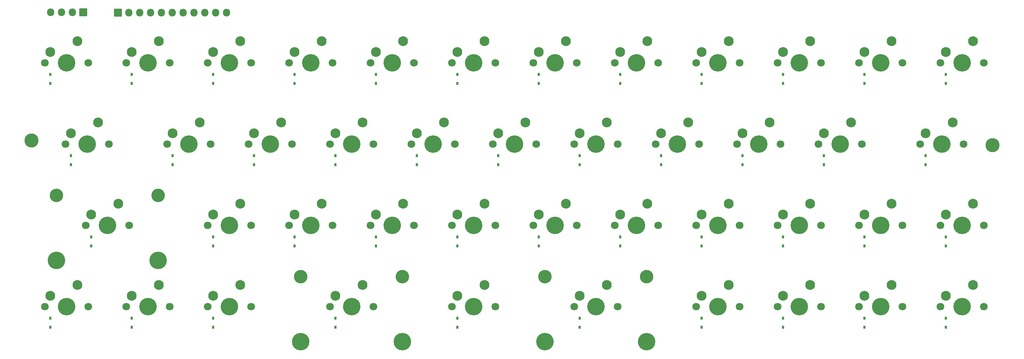
<source format=gbs>
G04 #@! TF.GenerationSoftware,KiCad,Pcbnew,(6.0.2-0)*
G04 #@! TF.CreationDate,2022-03-14T11:48:14+11:00*
G04 #@! TF.ProjectId,keyboard,6b657962-6f61-4726-942e-6b696361645f,rev?*
G04 #@! TF.SameCoordinates,Original*
G04 #@! TF.FileFunction,Soldermask,Bot*
G04 #@! TF.FilePolarity,Negative*
%FSLAX46Y46*%
G04 Gerber Fmt 4.6, Leading zero omitted, Abs format (unit mm)*
G04 Created by KiCad (PCBNEW (6.0.2-0)) date 2022-03-14 11:48:14*
%MOMM*%
%LPD*%
G01*
G04 APERTURE LIST*
G04 Aperture macros list*
%AMRoundRect*
0 Rectangle with rounded corners*
0 $1 Rounding radius*
0 $2 $3 $4 $5 $6 $7 $8 $9 X,Y pos of 4 corners*
0 Add a 4 corners polygon primitive as box body*
4,1,4,$2,$3,$4,$5,$6,$7,$8,$9,$2,$3,0*
0 Add four circle primitives for the rounded corners*
1,1,$1+$1,$2,$3*
1,1,$1+$1,$4,$5*
1,1,$1+$1,$6,$7*
1,1,$1+$1,$8,$9*
0 Add four rect primitives between the rounded corners*
20,1,$1+$1,$2,$3,$4,$5,0*
20,1,$1+$1,$4,$5,$6,$7,0*
20,1,$1+$1,$6,$7,$8,$9,0*
20,1,$1+$1,$8,$9,$2,$3,0*%
G04 Aperture macros list end*
%ADD10C,1.802000*%
%ADD11C,4.102000*%
%ADD12C,2.302000*%
%ADD13C,3.302000*%
%ADD14C,3.152000*%
%ADD15RoundRect,0.051000X0.225000X-0.300000X0.225000X0.300000X-0.225000X0.300000X-0.225000X-0.300000X0*%
%ADD16RoundRect,0.051000X0.850000X-0.850000X0.850000X0.850000X-0.850000X0.850000X-0.850000X-0.850000X0*%
%ADD17O,1.802000X1.802000*%
%ADD18RoundRect,0.051000X-0.850000X0.850000X-0.850000X-0.850000X0.850000X-0.850000X0.850000X0.850000X0*%
G04 APERTURE END LIST*
D10*
X102235000Y-124920000D03*
D11*
X107315000Y-124920000D03*
D10*
X112395000Y-124920000D03*
D12*
X109855000Y-119840000D03*
X103505000Y-122380000D03*
D13*
X99070000Y-143130000D03*
X323950000Y-144280000D03*
D10*
X131445000Y-124920000D03*
D11*
X126365000Y-124920000D03*
D10*
X121285000Y-124920000D03*
D12*
X128905000Y-119840000D03*
X122555000Y-122380000D03*
D10*
X311785000Y-124920000D03*
X321945000Y-124920000D03*
D11*
X316865000Y-124920000D03*
D12*
X319405000Y-119840000D03*
X313055000Y-122380000D03*
D10*
X187960000Y-143970000D03*
D11*
X193040000Y-143970000D03*
D10*
X198120000Y-143970000D03*
D12*
X195580000Y-138890000D03*
X189230000Y-141430000D03*
D10*
X255270000Y-143970000D03*
X245110000Y-143970000D03*
D11*
X250190000Y-143970000D03*
D12*
X252730000Y-138890000D03*
X246380000Y-141430000D03*
D10*
X292735000Y-163020000D03*
D11*
X297815000Y-163020000D03*
D10*
X302895000Y-163020000D03*
D12*
X300355000Y-157940000D03*
X294005000Y-160480000D03*
D11*
X297815000Y-124920000D03*
D10*
X292735000Y-124920000D03*
X302895000Y-124920000D03*
D12*
X300355000Y-119840000D03*
X294005000Y-122380000D03*
D10*
X178435000Y-124920000D03*
X188595000Y-124920000D03*
D11*
X183515000Y-124920000D03*
D12*
X186055000Y-119840000D03*
X179705000Y-122380000D03*
D10*
X254635000Y-163020000D03*
X264795000Y-163020000D03*
D11*
X259715000Y-163020000D03*
D12*
X262255000Y-157940000D03*
X255905000Y-160480000D03*
D10*
X197485000Y-163020000D03*
X207645000Y-163020000D03*
D11*
X202565000Y-163020000D03*
D12*
X205105000Y-157940000D03*
X198755000Y-160480000D03*
D10*
X274320000Y-143970000D03*
X264160000Y-143970000D03*
D11*
X269240000Y-143970000D03*
D12*
X271780000Y-138890000D03*
X265430000Y-141430000D03*
D10*
X226060000Y-182070000D03*
D11*
X243040000Y-190310000D03*
D14*
X243040000Y-175070000D03*
D11*
X231140000Y-182070000D03*
D10*
X236220000Y-182070000D03*
D14*
X219240000Y-175070000D03*
D11*
X219240000Y-190310000D03*
D12*
X233680000Y-176990000D03*
X227330000Y-179530000D03*
D10*
X283845000Y-124920000D03*
X273685000Y-124920000D03*
D11*
X278765000Y-124920000D03*
D12*
X281305000Y-119840000D03*
X274955000Y-122380000D03*
D11*
X231140000Y-143970000D03*
D10*
X236220000Y-143970000D03*
X226060000Y-143970000D03*
D12*
X233680000Y-138890000D03*
X227330000Y-141430000D03*
D10*
X179070000Y-143970000D03*
X168910000Y-143970000D03*
D11*
X173990000Y-143970000D03*
D12*
X176530000Y-138890000D03*
X170180000Y-141430000D03*
D11*
X135890000Y-143970000D03*
D10*
X130810000Y-143970000D03*
X140970000Y-143970000D03*
D12*
X138430000Y-138890000D03*
X132080000Y-141430000D03*
D11*
X112077500Y-143970000D03*
D10*
X106997500Y-143970000D03*
X117157500Y-143970000D03*
D12*
X114617500Y-138890000D03*
X108267500Y-141430000D03*
D11*
X183515000Y-163020000D03*
D10*
X188595000Y-163020000D03*
X178435000Y-163020000D03*
D12*
X186055000Y-157940000D03*
X179705000Y-160480000D03*
D11*
X278765000Y-182070000D03*
D10*
X273685000Y-182070000D03*
X283845000Y-182070000D03*
D12*
X281305000Y-176990000D03*
X274955000Y-179530000D03*
D10*
X150495000Y-124920000D03*
D11*
X145415000Y-124920000D03*
D10*
X140335000Y-124920000D03*
D12*
X147955000Y-119840000D03*
X141605000Y-122380000D03*
D10*
X169545000Y-124920000D03*
D11*
X164465000Y-124920000D03*
D10*
X159385000Y-124920000D03*
D12*
X167005000Y-119840000D03*
X160655000Y-122380000D03*
D11*
X212090000Y-143970000D03*
D10*
X217170000Y-143970000D03*
X207010000Y-143970000D03*
D12*
X214630000Y-138890000D03*
X208280000Y-141430000D03*
D10*
X150495000Y-163020000D03*
X140335000Y-163020000D03*
D11*
X145415000Y-163020000D03*
D12*
X147955000Y-157940000D03*
X141605000Y-160480000D03*
D10*
X283210000Y-143970000D03*
X293370000Y-143970000D03*
D11*
X288290000Y-143970000D03*
D12*
X290830000Y-138890000D03*
X284480000Y-141430000D03*
D10*
X149860000Y-143970000D03*
X160020000Y-143970000D03*
D11*
X154940000Y-143970000D03*
D12*
X157480000Y-138890000D03*
X151130000Y-141430000D03*
D10*
X121920000Y-163020000D03*
D11*
X116840000Y-163020000D03*
D14*
X128740000Y-156020000D03*
X104940000Y-156020000D03*
D11*
X104940000Y-171260000D03*
X128740000Y-171260000D03*
D10*
X111760000Y-163020000D03*
D12*
X119380000Y-157940000D03*
X113030000Y-160480000D03*
D11*
X240665000Y-124920000D03*
D10*
X235585000Y-124920000D03*
X245745000Y-124920000D03*
D12*
X243205000Y-119840000D03*
X236855000Y-122380000D03*
D10*
X216535000Y-163020000D03*
X226695000Y-163020000D03*
D11*
X221615000Y-163020000D03*
D12*
X224155000Y-157940000D03*
X217805000Y-160480000D03*
D11*
X316865000Y-182070000D03*
D10*
X311785000Y-182070000D03*
X321945000Y-182070000D03*
D12*
X319405000Y-176990000D03*
X313055000Y-179530000D03*
D11*
X259715000Y-124920000D03*
D10*
X254635000Y-124920000D03*
X264795000Y-124920000D03*
D12*
X262255000Y-119840000D03*
X255905000Y-122380000D03*
D10*
X321945000Y-163020000D03*
X311785000Y-163020000D03*
D11*
X316865000Y-163020000D03*
D12*
X319405000Y-157940000D03*
X313055000Y-160480000D03*
D10*
X197485000Y-124920000D03*
D11*
X202565000Y-124920000D03*
D10*
X207645000Y-124920000D03*
D12*
X205105000Y-119840000D03*
X198755000Y-122380000D03*
D10*
X159385000Y-163020000D03*
X169545000Y-163020000D03*
D11*
X164465000Y-163020000D03*
D12*
X167005000Y-157940000D03*
X160655000Y-160480000D03*
D10*
X150495000Y-182070000D03*
D11*
X145415000Y-182070000D03*
D10*
X140335000Y-182070000D03*
D12*
X147955000Y-176990000D03*
X141605000Y-179530000D03*
D10*
X317182500Y-143970000D03*
D11*
X312102500Y-143970000D03*
D10*
X307022500Y-143970000D03*
D12*
X314642500Y-138890000D03*
X308292500Y-141430000D03*
D10*
X235585000Y-163020000D03*
X245745000Y-163020000D03*
D11*
X240665000Y-163020000D03*
D12*
X243205000Y-157940000D03*
X236855000Y-160480000D03*
D10*
X283845000Y-163020000D03*
D11*
X278765000Y-163020000D03*
D10*
X273685000Y-163020000D03*
D12*
X281305000Y-157940000D03*
X274955000Y-160480000D03*
D11*
X202565000Y-182070000D03*
D10*
X197485000Y-182070000D03*
X207645000Y-182070000D03*
D12*
X205105000Y-176990000D03*
X198755000Y-179530000D03*
D10*
X254635000Y-182070000D03*
X264795000Y-182070000D03*
D11*
X259715000Y-182070000D03*
D12*
X262255000Y-176990000D03*
X255905000Y-179530000D03*
D10*
X302895000Y-182070000D03*
D11*
X297815000Y-182070000D03*
D10*
X292735000Y-182070000D03*
D12*
X300355000Y-176990000D03*
X294005000Y-179530000D03*
D10*
X112395000Y-182070000D03*
X102235000Y-182070000D03*
D11*
X107315000Y-182070000D03*
D12*
X109855000Y-176990000D03*
X103505000Y-179530000D03*
D11*
X173990000Y-182070000D03*
D14*
X185890000Y-175070000D03*
X162090000Y-175070000D03*
D10*
X168910000Y-182070000D03*
D11*
X162090000Y-190310000D03*
X185890000Y-190310000D03*
D10*
X179070000Y-182070000D03*
D12*
X176530000Y-176990000D03*
X170180000Y-179530000D03*
D11*
X126365000Y-182070000D03*
D10*
X131445000Y-182070000D03*
X121285000Y-182070000D03*
D12*
X128905000Y-176990000D03*
X122555000Y-179530000D03*
D11*
X221615000Y-124920000D03*
D10*
X216535000Y-124920000D03*
X226695000Y-124920000D03*
D12*
X224155000Y-119840000D03*
X217805000Y-122380000D03*
D15*
X103505000Y-129780000D03*
X103505000Y-127680000D03*
X208280000Y-148830000D03*
X208280000Y-146730000D03*
X141605000Y-129780000D03*
X141605000Y-127680000D03*
X103505000Y-186930000D03*
X103505000Y-184830000D03*
X274955000Y-167880000D03*
X274955000Y-165780000D03*
X274955000Y-186930000D03*
X274955000Y-184830000D03*
X227330000Y-186930000D03*
X227330000Y-184830000D03*
X236855000Y-129780000D03*
X236855000Y-127680000D03*
X122555000Y-186930000D03*
X122555000Y-184830000D03*
D16*
X111150000Y-113100000D03*
D17*
X108610000Y-113100000D03*
X106070000Y-113100000D03*
X103530000Y-113100000D03*
D15*
X198755000Y-167880000D03*
X198755000Y-165780000D03*
X284480000Y-148830000D03*
X284480000Y-146730000D03*
X227330000Y-148830000D03*
X227330000Y-146730000D03*
X255905000Y-186930000D03*
X255905000Y-184830000D03*
X313055000Y-167880000D03*
X313055000Y-165780000D03*
X170180000Y-186930000D03*
X170180000Y-184830000D03*
X294005000Y-167880000D03*
X294005000Y-165780000D03*
X198755000Y-129780000D03*
X198755000Y-127680000D03*
X217805000Y-129780000D03*
X217805000Y-127680000D03*
X236855000Y-167880000D03*
X236855000Y-165780000D03*
X255905000Y-129780000D03*
X255905000Y-127680000D03*
D18*
X119310000Y-113140000D03*
D17*
X121850000Y-113140000D03*
X124390000Y-113140000D03*
X126930000Y-113140000D03*
X129470000Y-113140000D03*
X132010000Y-113140000D03*
X134550000Y-113140000D03*
X137090000Y-113140000D03*
X139630000Y-113140000D03*
X142170000Y-113140000D03*
X144710000Y-113140000D03*
D15*
X294005000Y-129780000D03*
X294005000Y-127680000D03*
X160655000Y-167880000D03*
X160655000Y-165780000D03*
X179705000Y-129780000D03*
X179705000Y-127680000D03*
X294005000Y-186930000D03*
X294005000Y-184830000D03*
X308292500Y-148830000D03*
X308292500Y-146730000D03*
X108267500Y-148830000D03*
X108267500Y-146730000D03*
X217805000Y-167880000D03*
X217805000Y-165780000D03*
X160655000Y-129780000D03*
X160655000Y-127680000D03*
X151130000Y-148830000D03*
X151130000Y-146730000D03*
X274955000Y-129780000D03*
X274955000Y-127680000D03*
X170180000Y-148830000D03*
X170180000Y-146730000D03*
X132080000Y-148830000D03*
X132080000Y-146730000D03*
X255905000Y-167880000D03*
X255905000Y-165780000D03*
X179705000Y-167880000D03*
X179705000Y-165780000D03*
X113030000Y-167880000D03*
X113030000Y-165780000D03*
X265430000Y-148830000D03*
X265430000Y-146730000D03*
X246380000Y-148830000D03*
X246380000Y-146730000D03*
X313055000Y-129780000D03*
X313055000Y-127680000D03*
X313055000Y-186930000D03*
X313055000Y-184830000D03*
X189230000Y-148830000D03*
X189230000Y-146730000D03*
X141605000Y-167880000D03*
X141605000Y-165780000D03*
X122555000Y-129780000D03*
X122555000Y-127680000D03*
X141605000Y-186930000D03*
X141605000Y-184830000D03*
X198755000Y-186930000D03*
X198755000Y-184830000D03*
M02*

</source>
